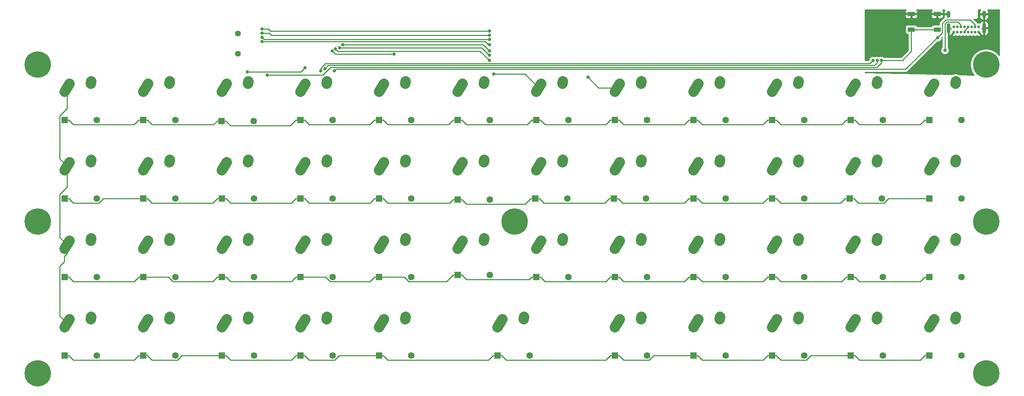
<source format=gbr>
G04 #@! TF.GenerationSoftware,KiCad,Pcbnew,(5.1.0)-1*
G04 #@! TF.CreationDate,2020-09-20T16:45:03-04:00*
G04 #@! TF.ProjectId,keyboard,6b657962-6f61-4726-942e-6b696361645f,rev?*
G04 #@! TF.SameCoordinates,Original*
G04 #@! TF.FileFunction,Copper,L1,Top*
G04 #@! TF.FilePolarity,Positive*
%FSLAX46Y46*%
G04 Gerber Fmt 4.6, Leading zero omitted, Abs format (unit mm)*
G04 Created by KiCad (PCBNEW (5.1.0)-1) date 2020-09-20 16:45:03*
%MOMM*%
%LPD*%
G04 APERTURE LIST*
%ADD10C,6.400000*%
%ADD11R,1.600000X1.600000*%
%ADD12C,1.600000*%
%ADD13O,0.900000X1.700000*%
%ADD14O,0.900000X2.400000*%
%ADD15C,0.650000*%
%ADD16C,2.500000*%
%ADD17C,2.500000*%
%ADD18R,1.700000X1.000000*%
%ADD19C,1.400000*%
%ADD20C,0.800000*%
%ADD21C,0.250000*%
%ADD22C,0.254000*%
G04 APERTURE END LIST*
D10*
X134874000Y-86614000D03*
X249174000Y-48514000D03*
X19304000Y-48514000D03*
X249174000Y-86614000D03*
X19304000Y-86614000D03*
X249174000Y-123444000D03*
X19304000Y-123444000D03*
D11*
X25818000Y-61976000D03*
D12*
X33618000Y-61976000D03*
X52668000Y-61976000D03*
D11*
X44868000Y-61976000D03*
X63867000Y-62230000D03*
D12*
X71667000Y-62230000D03*
X90768000Y-61976000D03*
D11*
X82968000Y-61976000D03*
D12*
X109818000Y-61976000D03*
D11*
X102018000Y-61976000D03*
X121068000Y-61976000D03*
D12*
X128868000Y-61976000D03*
D11*
X140118000Y-61976000D03*
D12*
X147918000Y-61976000D03*
D11*
X159168000Y-61976000D03*
D12*
X166968000Y-61976000D03*
D11*
X178218000Y-61976000D03*
D12*
X186018000Y-61976000D03*
X205068000Y-61976000D03*
D11*
X197268000Y-61976000D03*
X216318000Y-61976000D03*
D12*
X224118000Y-61976000D03*
X243168000Y-61976000D03*
D11*
X235368000Y-61976000D03*
D12*
X33618000Y-81026000D03*
D11*
X25818000Y-81026000D03*
X44868000Y-81026000D03*
D12*
X52668000Y-81026000D03*
D11*
X63918000Y-81026000D03*
D12*
X71718000Y-81026000D03*
D11*
X82968000Y-81026000D03*
D12*
X90768000Y-81026000D03*
D11*
X102018000Y-81026000D03*
D12*
X109818000Y-81026000D03*
X128868000Y-81280000D03*
D11*
X121068000Y-81280000D03*
X139864000Y-81026000D03*
D12*
X147664000Y-81026000D03*
X166714000Y-81026000D03*
D11*
X158914000Y-81026000D03*
D12*
X186018000Y-81026000D03*
D11*
X178218000Y-81026000D03*
X197268000Y-81026000D03*
D12*
X205068000Y-81026000D03*
X223864000Y-81026000D03*
D11*
X216064000Y-81026000D03*
D12*
X243168000Y-81026000D03*
D11*
X235368000Y-81026000D03*
D12*
X33618000Y-100076000D03*
D11*
X25818000Y-100076000D03*
X44868000Y-100076000D03*
D12*
X52668000Y-100076000D03*
D11*
X63918000Y-100076000D03*
D12*
X71718000Y-100076000D03*
D11*
X82968000Y-100076000D03*
D12*
X90768000Y-100076000D03*
X109818000Y-100076000D03*
D11*
X102018000Y-100076000D03*
X121068000Y-99568000D03*
D12*
X128868000Y-99568000D03*
D11*
X140118000Y-100076000D03*
D12*
X147918000Y-100076000D03*
X166968000Y-100076000D03*
D11*
X159168000Y-100076000D03*
D12*
X186018000Y-100076000D03*
D11*
X178218000Y-100076000D03*
D12*
X205068000Y-100076000D03*
D11*
X197268000Y-100076000D03*
X216318000Y-100076000D03*
D12*
X224118000Y-100076000D03*
X243168000Y-100076000D03*
D11*
X235368000Y-100076000D03*
D12*
X33618000Y-119126000D03*
D11*
X25818000Y-119126000D03*
X44868000Y-119126000D03*
D12*
X52668000Y-119126000D03*
X71718000Y-119126000D03*
D11*
X63918000Y-119126000D03*
X82968000Y-119126000D03*
D12*
X90768000Y-119126000D03*
X109818000Y-119126000D03*
D11*
X102018000Y-119126000D03*
D12*
X138520000Y-119126000D03*
D11*
X130720000Y-119126000D03*
D12*
X166968000Y-119126000D03*
D11*
X159168000Y-119126000D03*
X178218000Y-119126000D03*
D12*
X186018000Y-119126000D03*
D11*
X197268000Y-119126000D03*
D12*
X205068000Y-119126000D03*
X224118000Y-119126000D03*
D11*
X216318000Y-119126000D03*
X235368000Y-119126000D03*
D12*
X243168000Y-119126000D03*
D13*
X240023000Y-36284000D03*
X248673000Y-36284000D03*
D14*
X240023000Y-39664000D03*
X248673000Y-39664000D03*
D15*
X241368000Y-39319000D03*
X242218000Y-39319000D03*
X243068000Y-39319000D03*
X243918000Y-39319000D03*
X244768000Y-39319000D03*
X245618000Y-39319000D03*
X246468000Y-39319000D03*
X247323000Y-39319000D03*
X241373000Y-40644000D03*
X242223000Y-40644000D03*
X243073000Y-40644000D03*
X243923000Y-40644000D03*
X244773000Y-40644000D03*
X246473000Y-40644000D03*
X247323000Y-40644000D03*
X245623000Y-40644000D03*
D16*
X26463000Y-54138000D03*
D17*
X27067462Y-53189185D02*
X25858538Y-55086815D01*
D16*
X32238000Y-52868000D03*
D17*
X32257724Y-52578672D02*
X32218276Y-53157328D01*
D16*
X51288000Y-52868000D03*
D17*
X51307724Y-52578672D02*
X51268276Y-53157328D01*
D16*
X45513000Y-54138000D03*
D17*
X46117462Y-53189185D02*
X44908538Y-55086815D01*
D16*
X64563000Y-54138000D03*
D17*
X65167462Y-53189185D02*
X63958538Y-55086815D01*
D16*
X70338000Y-52868000D03*
D17*
X70357724Y-52578672D02*
X70318276Y-53157328D01*
D16*
X89388000Y-52868000D03*
D17*
X89407724Y-52578672D02*
X89368276Y-53157328D01*
D16*
X83613000Y-54138000D03*
D17*
X84217462Y-53189185D02*
X83008538Y-55086815D01*
D16*
X102663000Y-54138000D03*
D17*
X103267462Y-53189185D02*
X102058538Y-55086815D01*
D16*
X108438000Y-52868000D03*
D17*
X108457724Y-52578672D02*
X108418276Y-53157328D01*
D16*
X127488000Y-52868000D03*
D17*
X127507724Y-52578672D02*
X127468276Y-53157328D01*
D16*
X121713000Y-54138000D03*
D17*
X122317462Y-53189185D02*
X121108538Y-55086815D01*
D16*
X140763000Y-54138000D03*
D17*
X141367462Y-53189185D02*
X140158538Y-55086815D01*
D16*
X146538000Y-52868000D03*
D17*
X146557724Y-52578672D02*
X146518276Y-53157328D01*
D16*
X165588000Y-52868000D03*
D17*
X165607724Y-52578672D02*
X165568276Y-53157328D01*
D16*
X159813000Y-54138000D03*
D17*
X160417462Y-53189185D02*
X159208538Y-55086815D01*
D16*
X178863000Y-54138000D03*
D17*
X179467462Y-53189185D02*
X178258538Y-55086815D01*
D16*
X184638000Y-52868000D03*
D17*
X184657724Y-52578672D02*
X184618276Y-53157328D01*
D16*
X203688000Y-52868000D03*
D17*
X203707724Y-52578672D02*
X203668276Y-53157328D01*
D16*
X197913000Y-54138000D03*
D17*
X198517462Y-53189185D02*
X197308538Y-55086815D01*
D16*
X216963000Y-54138000D03*
D17*
X217567462Y-53189185D02*
X216358538Y-55086815D01*
D16*
X222738000Y-52868000D03*
D17*
X222757724Y-52578672D02*
X222718276Y-53157328D01*
D16*
X241788000Y-52868000D03*
D17*
X241807724Y-52578672D02*
X241768276Y-53157328D01*
D16*
X236013000Y-54138000D03*
D17*
X236617462Y-53189185D02*
X235408538Y-55086815D01*
D16*
X32238000Y-71918000D03*
D17*
X32257724Y-71628672D02*
X32218276Y-72207328D01*
D16*
X26463000Y-73188000D03*
D17*
X27067462Y-72239185D02*
X25858538Y-74136815D01*
D16*
X45513000Y-73188000D03*
D17*
X46117462Y-72239185D02*
X44908538Y-74136815D01*
D16*
X51288000Y-71918000D03*
D17*
X51307724Y-71628672D02*
X51268276Y-72207328D01*
D16*
X70338000Y-71918000D03*
D17*
X70357724Y-71628672D02*
X70318276Y-72207328D01*
D16*
X64563000Y-73188000D03*
D17*
X65167462Y-72239185D02*
X63958538Y-74136815D01*
D16*
X83613000Y-73188000D03*
D17*
X84217462Y-72239185D02*
X83008538Y-74136815D01*
D16*
X89388000Y-71918000D03*
D17*
X89407724Y-71628672D02*
X89368276Y-72207328D01*
D16*
X108438000Y-71918000D03*
D17*
X108457724Y-71628672D02*
X108418276Y-72207328D01*
D16*
X102663000Y-73188000D03*
D17*
X103267462Y-72239185D02*
X102058538Y-74136815D01*
D16*
X121713000Y-73188000D03*
D17*
X122317462Y-72239185D02*
X121108538Y-74136815D01*
D16*
X127488000Y-71918000D03*
D17*
X127507724Y-71628672D02*
X127468276Y-72207328D01*
D16*
X146538000Y-71918000D03*
D17*
X146557724Y-71628672D02*
X146518276Y-72207328D01*
D16*
X140763000Y-73188000D03*
D17*
X141367462Y-72239185D02*
X140158538Y-74136815D01*
D16*
X159813000Y-73188000D03*
D17*
X160417462Y-72239185D02*
X159208538Y-74136815D01*
D16*
X165588000Y-71918000D03*
D17*
X165607724Y-71628672D02*
X165568276Y-72207328D01*
D16*
X184638000Y-71918000D03*
D17*
X184657724Y-71628672D02*
X184618276Y-72207328D01*
D16*
X178863000Y-73188000D03*
D17*
X179467462Y-72239185D02*
X178258538Y-74136815D01*
D16*
X197913000Y-73188000D03*
D17*
X198517462Y-72239185D02*
X197308538Y-74136815D01*
D16*
X203688000Y-71918000D03*
D17*
X203707724Y-71628672D02*
X203668276Y-72207328D01*
D16*
X222738000Y-71918000D03*
D17*
X222757724Y-71628672D02*
X222718276Y-72207328D01*
D16*
X216963000Y-73188000D03*
D17*
X217567462Y-72239185D02*
X216358538Y-74136815D01*
D16*
X236013000Y-73188000D03*
D17*
X236617462Y-72239185D02*
X235408538Y-74136815D01*
D16*
X241788000Y-71918000D03*
D17*
X241807724Y-71628672D02*
X241768276Y-72207328D01*
D16*
X26463000Y-92238000D03*
D17*
X27067462Y-91289185D02*
X25858538Y-93186815D01*
D16*
X32238000Y-90968000D03*
D17*
X32257724Y-90678672D02*
X32218276Y-91257328D01*
D16*
X45513000Y-92238000D03*
D17*
X46117462Y-91289185D02*
X44908538Y-93186815D01*
D16*
X51288000Y-90968000D03*
D17*
X51307724Y-90678672D02*
X51268276Y-91257328D01*
D16*
X64563000Y-92238000D03*
D17*
X65167462Y-91289185D02*
X63958538Y-93186815D01*
D16*
X70338000Y-90968000D03*
D17*
X70357724Y-90678672D02*
X70318276Y-91257328D01*
D16*
X89388000Y-90968000D03*
D17*
X89407724Y-90678672D02*
X89368276Y-91257328D01*
D16*
X83613000Y-92238000D03*
D17*
X84217462Y-91289185D02*
X83008538Y-93186815D01*
D16*
X108438000Y-90968000D03*
D17*
X108457724Y-90678672D02*
X108418276Y-91257328D01*
D16*
X102663000Y-92238000D03*
D17*
X103267462Y-91289185D02*
X102058538Y-93186815D01*
D16*
X121713000Y-92238000D03*
D17*
X122317462Y-91289185D02*
X121108538Y-93186815D01*
D16*
X127488000Y-90968000D03*
D17*
X127507724Y-90678672D02*
X127468276Y-91257328D01*
D16*
X140763000Y-92238000D03*
D17*
X141367462Y-91289185D02*
X140158538Y-93186815D01*
D16*
X146538000Y-90968000D03*
D17*
X146557724Y-90678672D02*
X146518276Y-91257328D01*
D16*
X159813000Y-92238000D03*
D17*
X160417462Y-91289185D02*
X159208538Y-93186815D01*
D16*
X165588000Y-90968000D03*
D17*
X165607724Y-90678672D02*
X165568276Y-91257328D01*
D16*
X184638000Y-90968000D03*
D17*
X184657724Y-90678672D02*
X184618276Y-91257328D01*
D16*
X178863000Y-92238000D03*
D17*
X179467462Y-91289185D02*
X178258538Y-93186815D01*
D16*
X203688000Y-90968000D03*
D17*
X203707724Y-90678672D02*
X203668276Y-91257328D01*
D16*
X197913000Y-92238000D03*
D17*
X198517462Y-91289185D02*
X197308538Y-93186815D01*
D16*
X216963000Y-92238000D03*
D17*
X217567462Y-91289185D02*
X216358538Y-93186815D01*
D16*
X222738000Y-90968000D03*
D17*
X222757724Y-90678672D02*
X222718276Y-91257328D01*
D16*
X236013000Y-92238000D03*
D17*
X236617462Y-91289185D02*
X235408538Y-93186815D01*
D16*
X241788000Y-90968000D03*
D17*
X241807724Y-90678672D02*
X241768276Y-91257328D01*
D16*
X32238000Y-110018000D03*
D17*
X32257724Y-109728672D02*
X32218276Y-110307328D01*
D16*
X26463000Y-111288000D03*
D17*
X27067462Y-110339185D02*
X25858538Y-112236815D01*
D16*
X51288000Y-110018000D03*
D17*
X51307724Y-109728672D02*
X51268276Y-110307328D01*
D16*
X45513000Y-111288000D03*
D17*
X46117462Y-110339185D02*
X44908538Y-112236815D01*
D16*
X70338000Y-110018000D03*
D17*
X70357724Y-109728672D02*
X70318276Y-110307328D01*
D16*
X64563000Y-111288000D03*
D17*
X65167462Y-110339185D02*
X63958538Y-112236815D01*
D16*
X89388000Y-110018000D03*
D17*
X89407724Y-109728672D02*
X89368276Y-110307328D01*
D16*
X83613000Y-111288000D03*
D17*
X84217462Y-110339185D02*
X83008538Y-112236815D01*
D16*
X102663000Y-111288000D03*
D17*
X103267462Y-110339185D02*
X102058538Y-112236815D01*
D16*
X108438000Y-110018000D03*
D17*
X108457724Y-109728672D02*
X108418276Y-110307328D01*
D16*
X131365000Y-111288000D03*
D17*
X131969462Y-110339185D02*
X130760538Y-112236815D01*
D16*
X137140000Y-110018000D03*
D17*
X137159724Y-109728672D02*
X137120276Y-110307328D01*
D16*
X159813000Y-111288000D03*
D17*
X160417462Y-110339185D02*
X159208538Y-112236815D01*
D16*
X165588000Y-110018000D03*
D17*
X165607724Y-109728672D02*
X165568276Y-110307328D01*
D16*
X184638000Y-110018000D03*
D17*
X184657724Y-109728672D02*
X184618276Y-110307328D01*
D16*
X178863000Y-111288000D03*
D17*
X179467462Y-110339185D02*
X178258538Y-112236815D01*
D16*
X203688000Y-110018000D03*
D17*
X203707724Y-109728672D02*
X203668276Y-110307328D01*
D16*
X197913000Y-111288000D03*
D17*
X198517462Y-110339185D02*
X197308538Y-112236815D01*
D16*
X222738000Y-110018000D03*
D17*
X222757724Y-109728672D02*
X222718276Y-110307328D01*
D16*
X216963000Y-111288000D03*
D17*
X217567462Y-110339185D02*
X216358538Y-112236815D01*
D16*
X236013000Y-111288000D03*
D17*
X236617462Y-110339185D02*
X235408538Y-112236815D01*
D16*
X241788000Y-110018000D03*
D17*
X241807724Y-109728672D02*
X241768276Y-110307328D01*
D18*
X231038000Y-36200000D03*
X237338000Y-36200000D03*
X231038000Y-40000000D03*
X237338000Y-40000000D03*
D19*
X67818000Y-40984000D03*
X67818000Y-45884000D03*
D20*
X70104000Y-50292000D03*
X74930000Y-51017000D03*
X223774000Y-47498000D03*
X91186000Y-50038000D03*
X84074000Y-49276000D03*
X237432010Y-41967990D03*
X90678000Y-45212000D03*
X105664000Y-45974000D03*
X91510051Y-44657299D03*
X128778000Y-47498000D03*
X92486873Y-44443235D03*
X128778000Y-46228000D03*
X93218000Y-43688000D03*
X128778000Y-45212000D03*
X239189500Y-45036500D03*
X129794000Y-50800000D03*
X152654000Y-51562000D03*
X128778000Y-43688000D03*
X73660000Y-42926000D03*
X73664894Y-41905588D03*
X128778000Y-42418000D03*
X73660000Y-40894000D03*
X128778000Y-41417997D03*
X73660000Y-39878000D03*
X128778000Y-40386000D03*
X88900000Y-49493000D03*
X222758000Y-47498000D03*
X87884000Y-50038000D03*
X221742000Y-47498000D03*
X229616000Y-44704000D03*
X237490000Y-44958000D03*
D21*
X70104000Y-50292000D02*
X83058000Y-50292000D01*
X83058000Y-50292000D02*
X84074000Y-49276000D01*
X246468000Y-38859381D02*
X246468000Y-39319000D01*
X245297600Y-37688981D02*
X246468000Y-38859381D01*
X91186000Y-50038000D02*
X91613970Y-49610030D01*
X91613970Y-49610030D02*
X229662972Y-49610030D01*
X229662972Y-49610030D02*
X238513001Y-40760001D01*
X238513001Y-40760001D02*
X238513001Y-38554963D01*
X238513001Y-38554963D02*
X239378983Y-37688981D01*
X239378983Y-37688981D02*
X245297600Y-37688981D01*
X43818000Y-61976000D02*
X44868000Y-61976000D01*
X42692999Y-63101001D02*
X43818000Y-61976000D01*
X27993001Y-63101001D02*
X42692999Y-63101001D01*
X26868000Y-61976000D02*
X27993001Y-63101001D01*
X25818000Y-61976000D02*
X26868000Y-61976000D01*
X62817000Y-62230000D02*
X63867000Y-62230000D01*
X61945999Y-63101001D02*
X62817000Y-62230000D01*
X47043001Y-63101001D02*
X61945999Y-63101001D01*
X45918000Y-61976000D02*
X47043001Y-63101001D01*
X44868000Y-61976000D02*
X45918000Y-61976000D01*
X81918000Y-61976000D02*
X82968000Y-61976000D01*
X80538999Y-63355001D02*
X81918000Y-61976000D01*
X66042001Y-63355001D02*
X80538999Y-63355001D01*
X64917000Y-62230000D02*
X66042001Y-63355001D01*
X63867000Y-62230000D02*
X64917000Y-62230000D01*
X100968000Y-61976000D02*
X102018000Y-61976000D01*
X99842999Y-63101001D02*
X100968000Y-61976000D01*
X85143001Y-63101001D02*
X99842999Y-63101001D01*
X84018000Y-61976000D02*
X85143001Y-63101001D01*
X82968000Y-61976000D02*
X84018000Y-61976000D01*
X120018000Y-61976000D02*
X121068000Y-61976000D01*
X118892999Y-63101001D02*
X120018000Y-61976000D01*
X104193001Y-63101001D02*
X118892999Y-63101001D01*
X103068000Y-61976000D02*
X104193001Y-63101001D01*
X102018000Y-61976000D02*
X103068000Y-61976000D01*
X139068000Y-61976000D02*
X140118000Y-61976000D01*
X137942999Y-63101001D02*
X139068000Y-61976000D01*
X123243001Y-63101001D02*
X137942999Y-63101001D01*
X122118000Y-61976000D02*
X123243001Y-63101001D01*
X121068000Y-61976000D02*
X122118000Y-61976000D01*
X158118000Y-61976000D02*
X159168000Y-61976000D01*
X156992999Y-63101001D02*
X158118000Y-61976000D01*
X142293001Y-63101001D02*
X156992999Y-63101001D01*
X141168000Y-61976000D02*
X142293001Y-63101001D01*
X140118000Y-61976000D02*
X141168000Y-61976000D01*
X177168000Y-61976000D02*
X178218000Y-61976000D01*
X176042999Y-63101001D02*
X177168000Y-61976000D01*
X161343001Y-63101001D02*
X176042999Y-63101001D01*
X160218000Y-61976000D02*
X161343001Y-63101001D01*
X159168000Y-61976000D02*
X160218000Y-61976000D01*
X196218000Y-61976000D02*
X197268000Y-61976000D01*
X195092999Y-63101001D02*
X196218000Y-61976000D01*
X180393001Y-63101001D02*
X195092999Y-63101001D01*
X179268000Y-61976000D02*
X180393001Y-63101001D01*
X178218000Y-61976000D02*
X179268000Y-61976000D01*
X215268000Y-61976000D02*
X216318000Y-61976000D01*
X214142999Y-63101001D02*
X215268000Y-61976000D01*
X199443001Y-63101001D02*
X214142999Y-63101001D01*
X198318000Y-61976000D02*
X199443001Y-63101001D01*
X197268000Y-61976000D02*
X198318000Y-61976000D01*
X216318000Y-61976000D02*
X217368000Y-61976000D01*
X234318000Y-61976000D02*
X235368000Y-61976000D01*
X233192999Y-63101001D02*
X234318000Y-61976000D01*
X217368000Y-61976000D02*
X218493001Y-63101001D01*
X218493001Y-63101001D02*
X233192999Y-63101001D01*
X90678000Y-45212000D02*
X91440000Y-45974000D01*
X91440000Y-45974000D02*
X104902000Y-45974000D01*
X104902000Y-45974000D02*
X105664000Y-45974000D01*
X217114000Y-81026000D02*
X216064000Y-81026000D01*
X218239001Y-82151001D02*
X217114000Y-81026000D01*
X224404001Y-82151001D02*
X218239001Y-82151001D01*
X225529002Y-81026000D02*
X224404001Y-82151001D01*
X235368000Y-81026000D02*
X225529002Y-81026000D01*
X198318000Y-81026000D02*
X197268000Y-81026000D01*
X199443001Y-82151001D02*
X198318000Y-81026000D01*
X213888999Y-82151001D02*
X199443001Y-82151001D01*
X215014000Y-81026000D02*
X213888999Y-82151001D01*
X216064000Y-81026000D02*
X215014000Y-81026000D01*
X179268000Y-81026000D02*
X178218000Y-81026000D01*
X180393001Y-82151001D02*
X179268000Y-81026000D01*
X195092999Y-82151001D02*
X180393001Y-82151001D01*
X196218000Y-81026000D02*
X195092999Y-82151001D01*
X197268000Y-81026000D02*
X196218000Y-81026000D01*
X159964000Y-81026000D02*
X158914000Y-81026000D01*
X161089001Y-82151001D02*
X159964000Y-81026000D01*
X176042999Y-82151001D02*
X161089001Y-82151001D01*
X177168000Y-81026000D02*
X176042999Y-82151001D01*
X178218000Y-81026000D02*
X177168000Y-81026000D01*
X140914000Y-81026000D02*
X139864000Y-81026000D01*
X142039001Y-82151001D02*
X140914000Y-81026000D01*
X156738999Y-82151001D02*
X142039001Y-82151001D01*
X157864000Y-81026000D02*
X156738999Y-82151001D01*
X158914000Y-81026000D02*
X157864000Y-81026000D01*
X122118000Y-81280000D02*
X121068000Y-81280000D01*
X123243001Y-82405001D02*
X122118000Y-81280000D01*
X137434999Y-82405001D02*
X123243001Y-82405001D01*
X138814000Y-81026000D02*
X137434999Y-82405001D01*
X139864000Y-81026000D02*
X138814000Y-81026000D01*
X103068000Y-81026000D02*
X102018000Y-81026000D01*
X104193001Y-82151001D02*
X103068000Y-81026000D01*
X119146999Y-82151001D02*
X104193001Y-82151001D01*
X120018000Y-81280000D02*
X119146999Y-82151001D01*
X121068000Y-81280000D02*
X120018000Y-81280000D01*
X84018000Y-81026000D02*
X82968000Y-81026000D01*
X85143001Y-82151001D02*
X84018000Y-81026000D01*
X99842999Y-82151001D02*
X85143001Y-82151001D01*
X100968000Y-81026000D02*
X99842999Y-82151001D01*
X102018000Y-81026000D02*
X100968000Y-81026000D01*
X64968000Y-81026000D02*
X63918000Y-81026000D01*
X66093001Y-82151001D02*
X64968000Y-81026000D01*
X80792999Y-82151001D02*
X66093001Y-82151001D01*
X81918000Y-81026000D02*
X80792999Y-82151001D01*
X82968000Y-81026000D02*
X81918000Y-81026000D01*
X45918000Y-81026000D02*
X44868000Y-81026000D01*
X47043001Y-82151001D02*
X45918000Y-81026000D01*
X61742999Y-82151001D02*
X47043001Y-82151001D01*
X62868000Y-81026000D02*
X61742999Y-82151001D01*
X63918000Y-81026000D02*
X62868000Y-81026000D01*
X26868000Y-81026000D02*
X25818000Y-81026000D01*
X27993001Y-82151001D02*
X26868000Y-81026000D01*
X34158001Y-82151001D02*
X27993001Y-82151001D01*
X35283002Y-81026000D02*
X34158001Y-82151001D01*
X44868000Y-81026000D02*
X35283002Y-81026000D01*
X92101751Y-45248999D02*
X114082999Y-45248999D01*
X91510051Y-44657299D02*
X92101751Y-45248999D01*
X114082999Y-45248999D02*
X126528999Y-45248999D01*
X126528999Y-45248999D02*
X128524000Y-47244000D01*
X43818000Y-100076000D02*
X44868000Y-100076000D01*
X42692999Y-101201001D02*
X43818000Y-100076000D01*
X27993001Y-101201001D02*
X42692999Y-101201001D01*
X26868000Y-100076000D02*
X27993001Y-101201001D01*
X25818000Y-100076000D02*
X26868000Y-100076000D01*
X62868000Y-100076000D02*
X63918000Y-100076000D01*
X61742999Y-101201001D02*
X62868000Y-100076000D01*
X52127999Y-101201001D02*
X61742999Y-101201001D01*
X51002998Y-100076000D02*
X52127999Y-101201001D01*
X44868000Y-100076000D02*
X51002998Y-100076000D01*
X81918000Y-100076000D02*
X82968000Y-100076000D01*
X80792999Y-101201001D02*
X81918000Y-100076000D01*
X66093001Y-101201001D02*
X80792999Y-101201001D01*
X64968000Y-100076000D02*
X66093001Y-101201001D01*
X63918000Y-100076000D02*
X64968000Y-100076000D01*
X100968000Y-100076000D02*
X102018000Y-100076000D01*
X99842999Y-101201001D02*
X100968000Y-100076000D01*
X90227999Y-101201001D02*
X99842999Y-101201001D01*
X89102998Y-100076000D02*
X90227999Y-101201001D01*
X82968000Y-100076000D02*
X89102998Y-100076000D01*
X120018000Y-99568000D02*
X121068000Y-99568000D01*
X118384999Y-101201001D02*
X120018000Y-99568000D01*
X109277999Y-101201001D02*
X118384999Y-101201001D01*
X108152998Y-100076000D02*
X109277999Y-101201001D01*
X102018000Y-100076000D02*
X108152998Y-100076000D01*
X139068000Y-100076000D02*
X140118000Y-100076000D01*
X138450999Y-100693001D02*
X139068000Y-100076000D01*
X123243001Y-100693001D02*
X138450999Y-100693001D01*
X122118000Y-99568000D02*
X123243001Y-100693001D01*
X121068000Y-99568000D02*
X122118000Y-99568000D01*
X177168000Y-100076000D02*
X178218000Y-100076000D01*
X176042999Y-101201001D02*
X177168000Y-100076000D01*
X161343001Y-101201001D02*
X176042999Y-101201001D01*
X160218000Y-100076000D02*
X161343001Y-101201001D01*
X159168000Y-100076000D02*
X160218000Y-100076000D01*
X158118000Y-100076000D02*
X159168000Y-100076000D01*
X156992999Y-101201001D02*
X158118000Y-100076000D01*
X142293001Y-101201001D02*
X156992999Y-101201001D01*
X141168000Y-100076000D02*
X142293001Y-101201001D01*
X140118000Y-100076000D02*
X141168000Y-100076000D01*
X196218000Y-100076000D02*
X197268000Y-100076000D01*
X195092999Y-101201001D02*
X196218000Y-100076000D01*
X180393001Y-101201001D02*
X195092999Y-101201001D01*
X179268000Y-100076000D02*
X180393001Y-101201001D01*
X178218000Y-100076000D02*
X179268000Y-100076000D01*
X215268000Y-100076000D02*
X216318000Y-100076000D01*
X214142999Y-101201001D02*
X215268000Y-100076000D01*
X199443001Y-101201001D02*
X214142999Y-101201001D01*
X198318000Y-100076000D02*
X199443001Y-101201001D01*
X197268000Y-100076000D02*
X198318000Y-100076000D01*
X234318000Y-100076000D02*
X235368000Y-100076000D01*
X233192999Y-101201001D02*
X234318000Y-100076000D01*
X218493001Y-101201001D02*
X233192999Y-101201001D01*
X217368000Y-100076000D02*
X218493001Y-101201001D01*
X216318000Y-100076000D02*
X217368000Y-100076000D01*
X92486873Y-44443235D02*
X114663987Y-44443235D01*
X114663987Y-44443235D02*
X126938113Y-44443235D01*
X126938113Y-44443235D02*
X128704149Y-46209271D01*
X217368000Y-119126000D02*
X216318000Y-119126000D01*
X218493001Y-120251001D02*
X217368000Y-119126000D01*
X233192999Y-120251001D02*
X218493001Y-120251001D01*
X234318000Y-119126000D02*
X233192999Y-120251001D01*
X235368000Y-119126000D02*
X234318000Y-119126000D01*
X198318000Y-119126000D02*
X197268000Y-119126000D01*
X199443001Y-120251001D02*
X198318000Y-119126000D01*
X205608001Y-120251001D02*
X199443001Y-120251001D01*
X206733002Y-119126000D02*
X205608001Y-120251001D01*
X216318000Y-119126000D02*
X206733002Y-119126000D01*
X179268000Y-119126000D02*
X178218000Y-119126000D01*
X180393001Y-120251001D02*
X179268000Y-119126000D01*
X195092999Y-120251001D02*
X180393001Y-120251001D01*
X196218000Y-119126000D02*
X195092999Y-120251001D01*
X197268000Y-119126000D02*
X196218000Y-119126000D01*
X160218000Y-119126000D02*
X159168000Y-119126000D01*
X161343001Y-120251001D02*
X160218000Y-119126000D01*
X167508001Y-120251001D02*
X161343001Y-120251001D01*
X168633002Y-119126000D02*
X167508001Y-120251001D01*
X178218000Y-119126000D02*
X168633002Y-119126000D01*
X131770000Y-119126000D02*
X130720000Y-119126000D01*
X132895001Y-120251001D02*
X131770000Y-119126000D01*
X156992999Y-120251001D02*
X132895001Y-120251001D01*
X158118000Y-119126000D02*
X156992999Y-120251001D01*
X159168000Y-119126000D02*
X158118000Y-119126000D01*
X103068000Y-119126000D02*
X102018000Y-119126000D01*
X104193001Y-120251001D02*
X103068000Y-119126000D01*
X128544999Y-120251001D02*
X104193001Y-120251001D01*
X129670000Y-119126000D02*
X128544999Y-120251001D01*
X130720000Y-119126000D02*
X129670000Y-119126000D01*
X84018000Y-119126000D02*
X82968000Y-119126000D01*
X85143001Y-120251001D02*
X84018000Y-119126000D01*
X91308001Y-120251001D02*
X85143001Y-120251001D01*
X92433002Y-119126000D02*
X91308001Y-120251001D01*
X102018000Y-119126000D02*
X92433002Y-119126000D01*
X64968000Y-119126000D02*
X63918000Y-119126000D01*
X66093001Y-120251001D02*
X64968000Y-119126000D01*
X80792999Y-120251001D02*
X66093001Y-120251001D01*
X81918000Y-119126000D02*
X80792999Y-120251001D01*
X82968000Y-119126000D02*
X81918000Y-119126000D01*
X45918000Y-119126000D02*
X44868000Y-119126000D01*
X47043001Y-120251001D02*
X45918000Y-119126000D01*
X53208001Y-120251001D02*
X47043001Y-120251001D01*
X54333002Y-119126000D02*
X53208001Y-120251001D01*
X63918000Y-119126000D02*
X54333002Y-119126000D01*
X26868000Y-119126000D02*
X25818000Y-119126000D01*
X27993001Y-120251001D02*
X26868000Y-119126000D01*
X42692999Y-120251001D02*
X27993001Y-120251001D01*
X43818000Y-119126000D02*
X42692999Y-120251001D01*
X44868000Y-119126000D02*
X43818000Y-119126000D01*
X93218000Y-43688000D02*
X115316000Y-43688000D01*
X127254000Y-43688000D02*
X128778000Y-45212000D01*
X115316000Y-43688000D02*
X127254000Y-43688000D01*
X239701981Y-38138990D02*
X242354990Y-38138990D01*
X239247990Y-38592981D02*
X239701981Y-38138990D01*
X239247990Y-42147010D02*
X239247990Y-38592981D01*
X243068000Y-38852000D02*
X243068000Y-39319000D01*
X242354990Y-38138990D02*
X243068000Y-38852000D01*
X239247990Y-44978010D02*
X239189500Y-45036500D01*
X239247990Y-42147010D02*
X239247990Y-44978010D01*
X243923000Y-40276002D02*
X243923000Y-40644000D01*
X244768000Y-39431002D02*
X243923000Y-40276002D01*
X244768000Y-39319000D02*
X244768000Y-39431002D01*
X25486947Y-72211947D02*
X26463000Y-73188000D01*
X24692999Y-71417999D02*
X25486947Y-72211947D01*
X24692999Y-60915999D02*
X24692999Y-71417999D01*
X26463000Y-59145998D02*
X24692999Y-60915999D01*
X26463000Y-54138000D02*
X26463000Y-59145998D01*
X25486947Y-91261947D02*
X26463000Y-92238000D01*
X24692999Y-90467999D02*
X25486947Y-91261947D01*
X24692999Y-79965999D02*
X24692999Y-90467999D01*
X26463000Y-78195998D02*
X24692999Y-79965999D01*
X26463000Y-73188000D02*
X26463000Y-78195998D01*
X25486947Y-110311947D02*
X26463000Y-111288000D01*
X24692999Y-109517999D02*
X25486947Y-110311947D01*
X24692999Y-97443335D02*
X24692999Y-109517999D01*
X25813901Y-96322433D02*
X24692999Y-97443335D01*
X25813901Y-95027300D02*
X25813901Y-96322433D01*
X26463000Y-94378201D02*
X25813901Y-95027300D01*
X26463000Y-92238000D02*
X26463000Y-94378201D01*
X137425000Y-50800000D02*
X140763000Y-54138000D01*
X129794000Y-50800000D02*
X137425000Y-50800000D01*
X155230000Y-54138000D02*
X159813000Y-54138000D01*
X152654000Y-51562000D02*
X155230000Y-54138000D01*
X127762000Y-42926000D02*
X128524000Y-43688000D01*
X77978000Y-42926000D02*
X78232000Y-42926000D01*
X78232000Y-42926000D02*
X127762000Y-42926000D01*
X73660000Y-42926000D02*
X75692000Y-42926000D01*
X75438000Y-42926000D02*
X75692000Y-42926000D01*
X75692000Y-42926000D02*
X78232000Y-42926000D01*
X73664894Y-41905588D02*
X74177306Y-42418000D01*
X74177306Y-42418000D02*
X128778000Y-42418000D01*
X75438000Y-40894000D02*
X75961997Y-41417997D01*
X73660000Y-40894000D02*
X74930000Y-40894000D01*
X74930000Y-40894000D02*
X75438000Y-40894000D01*
X75961997Y-41417997D02*
X128778000Y-41417997D01*
X73660000Y-39878000D02*
X75184000Y-39878000D01*
X75184000Y-39878000D02*
X75692000Y-40386000D01*
X75692000Y-40386000D02*
X128778000Y-40386000D01*
X231038000Y-40000000D02*
X231038000Y-45314000D01*
X228854000Y-47498000D02*
X223774000Y-47498000D01*
X231038000Y-45314000D02*
X228854000Y-47498000D01*
X232138000Y-40000000D02*
X237338000Y-40000000D01*
X231038000Y-40000000D02*
X232138000Y-40000000D01*
X223774000Y-48063685D02*
X223774000Y-47498000D01*
X222677665Y-49160020D02*
X223774000Y-48063685D01*
X90305982Y-49160020D02*
X222677665Y-49160020D01*
X74930000Y-51017000D02*
X88449002Y-51017000D01*
X88449002Y-51017000D02*
X90305982Y-49160020D01*
X88900000Y-49493000D02*
X89682990Y-48710010D01*
X222758000Y-48063685D02*
X222758000Y-47498000D01*
X222111675Y-48710010D02*
X222758000Y-48063685D01*
X89682990Y-48710010D02*
X222111675Y-48710010D01*
X87884000Y-49435998D02*
X89059998Y-48260000D01*
X87884000Y-50038000D02*
X87884000Y-49435998D01*
X89059998Y-48260000D02*
X122174000Y-48260000D01*
X122174000Y-48260000D02*
X220980000Y-48260000D01*
X220980000Y-48260000D02*
X221742000Y-47498000D01*
X232138000Y-36200000D02*
X237338000Y-36200000D01*
X231038000Y-36200000D02*
X232138000Y-36200000D01*
D22*
G36*
X247719191Y-35351455D02*
G01*
X247633624Y-35547767D01*
X247588000Y-35757000D01*
X247588000Y-36157000D01*
X248546000Y-36157000D01*
X248546000Y-36137000D01*
X248800000Y-36137000D01*
X248800000Y-36157000D01*
X249758000Y-36157000D01*
X249758000Y-35757000D01*
X249712376Y-35547767D01*
X249626809Y-35351455D01*
X249524320Y-35204000D01*
X252324001Y-35204000D01*
X252324001Y-46325492D01*
X252152839Y-46069330D01*
X251618670Y-45535161D01*
X250990554Y-45115467D01*
X250292628Y-44826377D01*
X249551715Y-44679000D01*
X248796285Y-44679000D01*
X248055372Y-44826377D01*
X247357446Y-45115467D01*
X246729330Y-45535161D01*
X246195161Y-46069330D01*
X245775467Y-46697446D01*
X245486377Y-47395372D01*
X245339000Y-48136285D01*
X245339000Y-48891715D01*
X245486377Y-49632628D01*
X245775467Y-50330554D01*
X246195161Y-50958670D01*
X246263554Y-51027063D01*
X242753173Y-50946673D01*
X242649913Y-50882086D01*
X242302743Y-50750382D01*
X241936550Y-50688939D01*
X241565407Y-50700117D01*
X241203575Y-50783486D01*
X240933508Y-50905001D01*
X219837000Y-50421875D01*
X219837000Y-50370030D01*
X229625650Y-50370030D01*
X229662972Y-50373706D01*
X229700294Y-50370030D01*
X229700305Y-50370030D01*
X229811958Y-50359033D01*
X229955219Y-50315576D01*
X230087248Y-50245004D01*
X230202973Y-50150031D01*
X230226776Y-50121027D01*
X237344814Y-43002990D01*
X237533949Y-43002990D01*
X237733908Y-42963216D01*
X237922266Y-42885195D01*
X238091784Y-42771927D01*
X238235947Y-42627764D01*
X238349215Y-42458246D01*
X238427236Y-42269888D01*
X238467010Y-42069929D01*
X238467010Y-41880794D01*
X238487990Y-41859814D01*
X238487990Y-42109678D01*
X238487991Y-44274298D01*
X238385563Y-44376726D01*
X238272295Y-44546244D01*
X238194274Y-44734602D01*
X238154500Y-44934561D01*
X238154500Y-45138439D01*
X238194274Y-45338398D01*
X238272295Y-45526756D01*
X238385563Y-45696274D01*
X238529726Y-45840437D01*
X238699244Y-45953705D01*
X238887602Y-46031726D01*
X239087561Y-46071500D01*
X239291439Y-46071500D01*
X239491398Y-46031726D01*
X239679756Y-45953705D01*
X239849274Y-45840437D01*
X239993437Y-45696274D01*
X240106705Y-45526756D01*
X240184726Y-45338398D01*
X240224500Y-45138439D01*
X240224500Y-44934561D01*
X240184726Y-44734602D01*
X240106705Y-44546244D01*
X240007990Y-44398506D01*
X240007990Y-39517000D01*
X240150000Y-39517000D01*
X240150000Y-39537000D01*
X240432369Y-39537000D01*
X240443392Y-39594028D01*
X240514813Y-39769126D01*
X240519730Y-39778323D01*
X240702073Y-39791000D01*
X240150000Y-39791000D01*
X240150000Y-41331502D01*
X240317001Y-41458408D01*
X240520197Y-41386702D01*
X240700408Y-41271014D01*
X240854587Y-41122391D01*
X240976809Y-40946545D01*
X241043225Y-40794170D01*
X241193395Y-40644000D01*
X241179253Y-40629858D01*
X241263829Y-40545281D01*
X241263000Y-40549448D01*
X241263000Y-40738552D01*
X241295361Y-40901244D01*
X240900069Y-41296536D01*
X240913677Y-41492270D01*
X241087992Y-41565581D01*
X241273260Y-41603475D01*
X241462361Y-41604497D01*
X241648028Y-41568608D01*
X241798462Y-41507247D01*
X241942978Y-41567108D01*
X242128448Y-41604000D01*
X242317552Y-41604000D01*
X242503022Y-41567108D01*
X242648000Y-41507056D01*
X242792978Y-41567108D01*
X242978448Y-41604000D01*
X243167552Y-41604000D01*
X243353022Y-41567108D01*
X243498000Y-41507056D01*
X243642978Y-41567108D01*
X243828448Y-41604000D01*
X244017552Y-41604000D01*
X244203022Y-41567108D01*
X244348000Y-41507056D01*
X244492978Y-41567108D01*
X244678448Y-41604000D01*
X244867552Y-41604000D01*
X245053022Y-41567108D01*
X245198000Y-41507056D01*
X245342978Y-41567108D01*
X245528448Y-41604000D01*
X245717552Y-41604000D01*
X245903022Y-41567108D01*
X246048000Y-41507056D01*
X246192978Y-41567108D01*
X246378448Y-41604000D01*
X246567552Y-41604000D01*
X246753022Y-41567108D01*
X246898420Y-41506882D01*
X247037992Y-41565581D01*
X247223260Y-41603475D01*
X247412361Y-41604497D01*
X247598028Y-41568608D01*
X247773126Y-41497187D01*
X247782323Y-41492270D01*
X247795931Y-41296536D01*
X247400639Y-40901244D01*
X247433000Y-40738552D01*
X247433000Y-40549448D01*
X247432171Y-40545281D01*
X247516748Y-40629858D01*
X247502605Y-40644000D01*
X247652775Y-40794170D01*
X247719191Y-40946545D01*
X247841413Y-41122391D01*
X247995592Y-41271014D01*
X248175803Y-41386702D01*
X248378999Y-41458408D01*
X248546000Y-41331502D01*
X248546000Y-39791000D01*
X248800000Y-39791000D01*
X248800000Y-41331502D01*
X248967001Y-41458408D01*
X249170197Y-41386702D01*
X249350408Y-41271014D01*
X249504587Y-41122391D01*
X249626809Y-40946545D01*
X249712376Y-40750233D01*
X249758000Y-40541000D01*
X249758000Y-39791000D01*
X248800000Y-39791000D01*
X248546000Y-39791000D01*
X247988927Y-39791000D01*
X248171270Y-39778323D01*
X248244581Y-39604008D01*
X248258287Y-39537000D01*
X248546000Y-39537000D01*
X248546000Y-37996498D01*
X248800000Y-37996498D01*
X248800000Y-39537000D01*
X249758000Y-39537000D01*
X249758000Y-38787000D01*
X249712376Y-38577767D01*
X249626809Y-38381455D01*
X249504587Y-38205609D01*
X249350408Y-38056986D01*
X249170197Y-37941298D01*
X248967001Y-37869592D01*
X248800000Y-37996498D01*
X248546000Y-37996498D01*
X248378999Y-37869592D01*
X248175803Y-37941298D01*
X247995592Y-38056986D01*
X247841413Y-38205609D01*
X247719191Y-38381455D01*
X247696087Y-38434462D01*
X247608008Y-38397419D01*
X247422740Y-38359525D01*
X247233639Y-38358503D01*
X247066606Y-38390790D01*
X247031799Y-38348378D01*
X247008001Y-38319380D01*
X246979004Y-38295583D01*
X246173420Y-37490000D01*
X246601581Y-37490000D01*
X246634000Y-37493193D01*
X246666419Y-37490000D01*
X246763383Y-37480450D01*
X246887793Y-37442710D01*
X247002450Y-37381425D01*
X247102948Y-37298948D01*
X247185425Y-37198450D01*
X247246710Y-37083793D01*
X247284450Y-36959383D01*
X247297193Y-36830000D01*
X247294000Y-36797581D01*
X247294000Y-36411000D01*
X247588000Y-36411000D01*
X247588000Y-36811000D01*
X247633624Y-37020233D01*
X247719191Y-37216545D01*
X247841413Y-37392391D01*
X247995592Y-37541014D01*
X248175803Y-37656702D01*
X248378999Y-37728408D01*
X248546000Y-37601502D01*
X248546000Y-36411000D01*
X248800000Y-36411000D01*
X248800000Y-37601502D01*
X248967001Y-37728408D01*
X249170197Y-37656702D01*
X249350408Y-37541014D01*
X249504587Y-37392391D01*
X249626809Y-37216545D01*
X249712376Y-37020233D01*
X249758000Y-36811000D01*
X249758000Y-36411000D01*
X248800000Y-36411000D01*
X248546000Y-36411000D01*
X247588000Y-36411000D01*
X247294000Y-36411000D01*
X247294000Y-35204000D01*
X247821680Y-35204000D01*
X247719191Y-35351455D01*
X247719191Y-35351455D01*
G37*
X247719191Y-35351455D02*
X247633624Y-35547767D01*
X247588000Y-35757000D01*
X247588000Y-36157000D01*
X248546000Y-36157000D01*
X248546000Y-36137000D01*
X248800000Y-36137000D01*
X248800000Y-36157000D01*
X249758000Y-36157000D01*
X249758000Y-35757000D01*
X249712376Y-35547767D01*
X249626809Y-35351455D01*
X249524320Y-35204000D01*
X252324001Y-35204000D01*
X252324001Y-46325492D01*
X252152839Y-46069330D01*
X251618670Y-45535161D01*
X250990554Y-45115467D01*
X250292628Y-44826377D01*
X249551715Y-44679000D01*
X248796285Y-44679000D01*
X248055372Y-44826377D01*
X247357446Y-45115467D01*
X246729330Y-45535161D01*
X246195161Y-46069330D01*
X245775467Y-46697446D01*
X245486377Y-47395372D01*
X245339000Y-48136285D01*
X245339000Y-48891715D01*
X245486377Y-49632628D01*
X245775467Y-50330554D01*
X246195161Y-50958670D01*
X246263554Y-51027063D01*
X242753173Y-50946673D01*
X242649913Y-50882086D01*
X242302743Y-50750382D01*
X241936550Y-50688939D01*
X241565407Y-50700117D01*
X241203575Y-50783486D01*
X240933508Y-50905001D01*
X219837000Y-50421875D01*
X219837000Y-50370030D01*
X229625650Y-50370030D01*
X229662972Y-50373706D01*
X229700294Y-50370030D01*
X229700305Y-50370030D01*
X229811958Y-50359033D01*
X229955219Y-50315576D01*
X230087248Y-50245004D01*
X230202973Y-50150031D01*
X230226776Y-50121027D01*
X237344814Y-43002990D01*
X237533949Y-43002990D01*
X237733908Y-42963216D01*
X237922266Y-42885195D01*
X238091784Y-42771927D01*
X238235947Y-42627764D01*
X238349215Y-42458246D01*
X238427236Y-42269888D01*
X238467010Y-42069929D01*
X238467010Y-41880794D01*
X238487990Y-41859814D01*
X238487990Y-42109678D01*
X238487991Y-44274298D01*
X238385563Y-44376726D01*
X238272295Y-44546244D01*
X238194274Y-44734602D01*
X238154500Y-44934561D01*
X238154500Y-45138439D01*
X238194274Y-45338398D01*
X238272295Y-45526756D01*
X238385563Y-45696274D01*
X238529726Y-45840437D01*
X238699244Y-45953705D01*
X238887602Y-46031726D01*
X239087561Y-46071500D01*
X239291439Y-46071500D01*
X239491398Y-46031726D01*
X239679756Y-45953705D01*
X239849274Y-45840437D01*
X239993437Y-45696274D01*
X240106705Y-45526756D01*
X240184726Y-45338398D01*
X240224500Y-45138439D01*
X240224500Y-44934561D01*
X240184726Y-44734602D01*
X240106705Y-44546244D01*
X240007990Y-44398506D01*
X240007990Y-39517000D01*
X240150000Y-39517000D01*
X240150000Y-39537000D01*
X240432369Y-39537000D01*
X240443392Y-39594028D01*
X240514813Y-39769126D01*
X240519730Y-39778323D01*
X240702073Y-39791000D01*
X240150000Y-39791000D01*
X240150000Y-41331502D01*
X240317001Y-41458408D01*
X240520197Y-41386702D01*
X240700408Y-41271014D01*
X240854587Y-41122391D01*
X240976809Y-40946545D01*
X241043225Y-40794170D01*
X241193395Y-40644000D01*
X241179253Y-40629858D01*
X241263829Y-40545281D01*
X241263000Y-40549448D01*
X241263000Y-40738552D01*
X241295361Y-40901244D01*
X240900069Y-41296536D01*
X240913677Y-41492270D01*
X241087992Y-41565581D01*
X241273260Y-41603475D01*
X241462361Y-41604497D01*
X241648028Y-41568608D01*
X241798462Y-41507247D01*
X241942978Y-41567108D01*
X242128448Y-41604000D01*
X242317552Y-41604000D01*
X242503022Y-41567108D01*
X242648000Y-41507056D01*
X242792978Y-41567108D01*
X242978448Y-41604000D01*
X243167552Y-41604000D01*
X243353022Y-41567108D01*
X243498000Y-41507056D01*
X243642978Y-41567108D01*
X243828448Y-41604000D01*
X244017552Y-41604000D01*
X244203022Y-41567108D01*
X244348000Y-41507056D01*
X244492978Y-41567108D01*
X244678448Y-41604000D01*
X244867552Y-41604000D01*
X245053022Y-41567108D01*
X245198000Y-41507056D01*
X245342978Y-41567108D01*
X245528448Y-41604000D01*
X245717552Y-41604000D01*
X245903022Y-41567108D01*
X246048000Y-41507056D01*
X246192978Y-41567108D01*
X246378448Y-41604000D01*
X246567552Y-41604000D01*
X246753022Y-41567108D01*
X246898420Y-41506882D01*
X247037992Y-41565581D01*
X247223260Y-41603475D01*
X247412361Y-41604497D01*
X247598028Y-41568608D01*
X247773126Y-41497187D01*
X247782323Y-41492270D01*
X247795931Y-41296536D01*
X247400639Y-40901244D01*
X247433000Y-40738552D01*
X247433000Y-40549448D01*
X247432171Y-40545281D01*
X247516748Y-40629858D01*
X247502605Y-40644000D01*
X247652775Y-40794170D01*
X247719191Y-40946545D01*
X247841413Y-41122391D01*
X247995592Y-41271014D01*
X248175803Y-41386702D01*
X248378999Y-41458408D01*
X248546000Y-41331502D01*
X248546000Y-39791000D01*
X248800000Y-39791000D01*
X248800000Y-41331502D01*
X248967001Y-41458408D01*
X249170197Y-41386702D01*
X249350408Y-41271014D01*
X249504587Y-41122391D01*
X249626809Y-40946545D01*
X249712376Y-40750233D01*
X249758000Y-40541000D01*
X249758000Y-39791000D01*
X248800000Y-39791000D01*
X248546000Y-39791000D01*
X247988927Y-39791000D01*
X248171270Y-39778323D01*
X248244581Y-39604008D01*
X248258287Y-39537000D01*
X248546000Y-39537000D01*
X248546000Y-37996498D01*
X248800000Y-37996498D01*
X248800000Y-39537000D01*
X249758000Y-39537000D01*
X249758000Y-38787000D01*
X249712376Y-38577767D01*
X249626809Y-38381455D01*
X249504587Y-38205609D01*
X249350408Y-38056986D01*
X249170197Y-37941298D01*
X248967001Y-37869592D01*
X248800000Y-37996498D01*
X248546000Y-37996498D01*
X248378999Y-37869592D01*
X248175803Y-37941298D01*
X247995592Y-38056986D01*
X247841413Y-38205609D01*
X247719191Y-38381455D01*
X247696087Y-38434462D01*
X247608008Y-38397419D01*
X247422740Y-38359525D01*
X247233639Y-38358503D01*
X247066606Y-38390790D01*
X247031799Y-38348378D01*
X247008001Y-38319380D01*
X246979004Y-38295583D01*
X246173420Y-37490000D01*
X246601581Y-37490000D01*
X246634000Y-37493193D01*
X246666419Y-37490000D01*
X246763383Y-37480450D01*
X246887793Y-37442710D01*
X247002450Y-37381425D01*
X247102948Y-37298948D01*
X247185425Y-37198450D01*
X247246710Y-37083793D01*
X247284450Y-36959383D01*
X247297193Y-36830000D01*
X247294000Y-36797581D01*
X247294000Y-36411000D01*
X247588000Y-36411000D01*
X247588000Y-36811000D01*
X247633624Y-37020233D01*
X247719191Y-37216545D01*
X247841413Y-37392391D01*
X247995592Y-37541014D01*
X248175803Y-37656702D01*
X248378999Y-37728408D01*
X248546000Y-37601502D01*
X248546000Y-36411000D01*
X248800000Y-36411000D01*
X248800000Y-37601502D01*
X248967001Y-37728408D01*
X249170197Y-37656702D01*
X249350408Y-37541014D01*
X249504587Y-37392391D01*
X249626809Y-37216545D01*
X249712376Y-37020233D01*
X249758000Y-36811000D01*
X249758000Y-36411000D01*
X248800000Y-36411000D01*
X248546000Y-36411000D01*
X247588000Y-36411000D01*
X247294000Y-36411000D01*
X247294000Y-35204000D01*
X247821680Y-35204000D01*
X247719191Y-35351455D01*
G36*
X229736815Y-35248815D02*
G01*
X229657463Y-35345506D01*
X229598498Y-35455820D01*
X229562188Y-35575518D01*
X229549928Y-35700000D01*
X229553000Y-35914250D01*
X229711750Y-36073000D01*
X230911000Y-36073000D01*
X230911000Y-36053000D01*
X231165000Y-36053000D01*
X231165000Y-36073000D01*
X232364250Y-36073000D01*
X232523000Y-35914250D01*
X232526072Y-35700000D01*
X232513812Y-35575518D01*
X232477502Y-35455820D01*
X232418537Y-35345506D01*
X232339185Y-35248815D01*
X232284578Y-35204000D01*
X236091422Y-35204000D01*
X236036815Y-35248815D01*
X235957463Y-35345506D01*
X235898498Y-35455820D01*
X235862188Y-35575518D01*
X235849928Y-35700000D01*
X235853000Y-35914250D01*
X236011750Y-36073000D01*
X237211000Y-36073000D01*
X237211000Y-36053000D01*
X237465000Y-36053000D01*
X237465000Y-36073000D01*
X238664250Y-36073000D01*
X238823000Y-35914250D01*
X238826072Y-35700000D01*
X238813812Y-35575518D01*
X238777502Y-35455820D01*
X238718537Y-35345506D01*
X238639185Y-35248815D01*
X238584578Y-35204000D01*
X239171680Y-35204000D01*
X239069191Y-35351455D01*
X238983624Y-35547767D01*
X238938000Y-35757000D01*
X238938000Y-36157000D01*
X239896000Y-36157000D01*
X239896000Y-36137000D01*
X240150000Y-36137000D01*
X240150000Y-36157000D01*
X240170000Y-36157000D01*
X240170000Y-36411000D01*
X240150000Y-36411000D01*
X240150000Y-36431000D01*
X239896000Y-36431000D01*
X239896000Y-36411000D01*
X238938000Y-36411000D01*
X238938000Y-36811000D01*
X238983624Y-37020233D01*
X238990099Y-37035089D01*
X238954707Y-37054007D01*
X238954705Y-37054008D01*
X238954706Y-37054008D01*
X238867979Y-37125182D01*
X238867975Y-37125186D01*
X238838982Y-37148980D01*
X238815188Y-37177973D01*
X238001999Y-37991164D01*
X237973001Y-38014962D01*
X237949203Y-38043960D01*
X237949202Y-38043961D01*
X237878027Y-38130687D01*
X237807455Y-38262717D01*
X237763999Y-38405978D01*
X237749325Y-38554963D01*
X237753002Y-38592295D01*
X237753002Y-38861928D01*
X236488000Y-38861928D01*
X236363518Y-38874188D01*
X236243820Y-38910498D01*
X236133506Y-38969463D01*
X236036815Y-39048815D01*
X235957463Y-39145506D01*
X235906954Y-39240000D01*
X232469046Y-39240000D01*
X232418537Y-39145506D01*
X232339185Y-39048815D01*
X232242494Y-38969463D01*
X232132180Y-38910498D01*
X232012482Y-38874188D01*
X231888000Y-38861928D01*
X230188000Y-38861928D01*
X230063518Y-38874188D01*
X229943820Y-38910498D01*
X229833506Y-38969463D01*
X229736815Y-39048815D01*
X229657463Y-39145506D01*
X229598498Y-39255820D01*
X229562188Y-39375518D01*
X229549928Y-39500000D01*
X229549928Y-40500000D01*
X229562188Y-40624482D01*
X229598498Y-40744180D01*
X229657463Y-40854494D01*
X229736815Y-40951185D01*
X229833506Y-41030537D01*
X229943820Y-41089502D01*
X230063518Y-41125812D01*
X230188000Y-41138072D01*
X230278000Y-41138072D01*
X230278001Y-44999196D01*
X228539199Y-46738000D01*
X224477711Y-46738000D01*
X224433774Y-46694063D01*
X224264256Y-46580795D01*
X224075898Y-46502774D01*
X223875939Y-46463000D01*
X223672061Y-46463000D01*
X223472102Y-46502774D01*
X223283744Y-46580795D01*
X223266000Y-46592651D01*
X223248256Y-46580795D01*
X223059898Y-46502774D01*
X222859939Y-46463000D01*
X222656061Y-46463000D01*
X222456102Y-46502774D01*
X222267744Y-46580795D01*
X222250000Y-46592651D01*
X222232256Y-46580795D01*
X222043898Y-46502774D01*
X221843939Y-46463000D01*
X221640061Y-46463000D01*
X221440102Y-46502774D01*
X221251744Y-46580795D01*
X221082226Y-46694063D01*
X220938063Y-46838226D01*
X220824795Y-47007744D01*
X220746774Y-47196102D01*
X220707000Y-47396061D01*
X220707000Y-47458199D01*
X220665199Y-47500000D01*
X219837000Y-47500000D01*
X219837000Y-36700000D01*
X229549928Y-36700000D01*
X229562188Y-36824482D01*
X229598498Y-36944180D01*
X229657463Y-37054494D01*
X229736815Y-37151185D01*
X229833506Y-37230537D01*
X229943820Y-37289502D01*
X230063518Y-37325812D01*
X230188000Y-37338072D01*
X230752250Y-37335000D01*
X230911000Y-37176250D01*
X230911000Y-36327000D01*
X231165000Y-36327000D01*
X231165000Y-37176250D01*
X231323750Y-37335000D01*
X231888000Y-37338072D01*
X232012482Y-37325812D01*
X232132180Y-37289502D01*
X232242494Y-37230537D01*
X232339185Y-37151185D01*
X232418537Y-37054494D01*
X232477502Y-36944180D01*
X232513812Y-36824482D01*
X232526072Y-36700000D01*
X235849928Y-36700000D01*
X235862188Y-36824482D01*
X235898498Y-36944180D01*
X235957463Y-37054494D01*
X236036815Y-37151185D01*
X236133506Y-37230537D01*
X236243820Y-37289502D01*
X236363518Y-37325812D01*
X236488000Y-37338072D01*
X237052250Y-37335000D01*
X237211000Y-37176250D01*
X237211000Y-36327000D01*
X237465000Y-36327000D01*
X237465000Y-37176250D01*
X237623750Y-37335000D01*
X238188000Y-37338072D01*
X238312482Y-37325812D01*
X238432180Y-37289502D01*
X238542494Y-37230537D01*
X238639185Y-37151185D01*
X238718537Y-37054494D01*
X238777502Y-36944180D01*
X238813812Y-36824482D01*
X238826072Y-36700000D01*
X238823000Y-36485750D01*
X238664250Y-36327000D01*
X237465000Y-36327000D01*
X237211000Y-36327000D01*
X236011750Y-36327000D01*
X235853000Y-36485750D01*
X235849928Y-36700000D01*
X232526072Y-36700000D01*
X232523000Y-36485750D01*
X232364250Y-36327000D01*
X231165000Y-36327000D01*
X230911000Y-36327000D01*
X229711750Y-36327000D01*
X229553000Y-36485750D01*
X229549928Y-36700000D01*
X219837000Y-36700000D01*
X219837000Y-35204000D01*
X229791422Y-35204000D01*
X229736815Y-35248815D01*
X229736815Y-35248815D01*
G37*
X229736815Y-35248815D02*
X229657463Y-35345506D01*
X229598498Y-35455820D01*
X229562188Y-35575518D01*
X229549928Y-35700000D01*
X229553000Y-35914250D01*
X229711750Y-36073000D01*
X230911000Y-36073000D01*
X230911000Y-36053000D01*
X231165000Y-36053000D01*
X231165000Y-36073000D01*
X232364250Y-36073000D01*
X232523000Y-35914250D01*
X232526072Y-35700000D01*
X232513812Y-35575518D01*
X232477502Y-35455820D01*
X232418537Y-35345506D01*
X232339185Y-35248815D01*
X232284578Y-35204000D01*
X236091422Y-35204000D01*
X236036815Y-35248815D01*
X235957463Y-35345506D01*
X235898498Y-35455820D01*
X235862188Y-35575518D01*
X235849928Y-35700000D01*
X235853000Y-35914250D01*
X236011750Y-36073000D01*
X237211000Y-36073000D01*
X237211000Y-36053000D01*
X237465000Y-36053000D01*
X237465000Y-36073000D01*
X238664250Y-36073000D01*
X238823000Y-35914250D01*
X238826072Y-35700000D01*
X238813812Y-35575518D01*
X238777502Y-35455820D01*
X238718537Y-35345506D01*
X238639185Y-35248815D01*
X238584578Y-35204000D01*
X239171680Y-35204000D01*
X239069191Y-35351455D01*
X238983624Y-35547767D01*
X238938000Y-35757000D01*
X238938000Y-36157000D01*
X239896000Y-36157000D01*
X239896000Y-36137000D01*
X240150000Y-36137000D01*
X240150000Y-36157000D01*
X240170000Y-36157000D01*
X240170000Y-36411000D01*
X240150000Y-36411000D01*
X240150000Y-36431000D01*
X239896000Y-36431000D01*
X239896000Y-36411000D01*
X238938000Y-36411000D01*
X238938000Y-36811000D01*
X238983624Y-37020233D01*
X238990099Y-37035089D01*
X238954707Y-37054007D01*
X238954705Y-37054008D01*
X238954706Y-37054008D01*
X238867979Y-37125182D01*
X238867975Y-37125186D01*
X238838982Y-37148980D01*
X238815188Y-37177973D01*
X238001999Y-37991164D01*
X237973001Y-38014962D01*
X237949203Y-38043960D01*
X237949202Y-38043961D01*
X237878027Y-38130687D01*
X237807455Y-38262717D01*
X237763999Y-38405978D01*
X237749325Y-38554963D01*
X237753002Y-38592295D01*
X237753002Y-38861928D01*
X236488000Y-38861928D01*
X236363518Y-38874188D01*
X236243820Y-38910498D01*
X236133506Y-38969463D01*
X236036815Y-39048815D01*
X235957463Y-39145506D01*
X235906954Y-39240000D01*
X232469046Y-39240000D01*
X232418537Y-39145506D01*
X232339185Y-39048815D01*
X232242494Y-38969463D01*
X232132180Y-38910498D01*
X232012482Y-38874188D01*
X231888000Y-38861928D01*
X230188000Y-38861928D01*
X230063518Y-38874188D01*
X229943820Y-38910498D01*
X229833506Y-38969463D01*
X229736815Y-39048815D01*
X229657463Y-39145506D01*
X229598498Y-39255820D01*
X229562188Y-39375518D01*
X229549928Y-39500000D01*
X229549928Y-40500000D01*
X229562188Y-40624482D01*
X229598498Y-40744180D01*
X229657463Y-40854494D01*
X229736815Y-40951185D01*
X229833506Y-41030537D01*
X229943820Y-41089502D01*
X230063518Y-41125812D01*
X230188000Y-41138072D01*
X230278000Y-41138072D01*
X230278001Y-44999196D01*
X228539199Y-46738000D01*
X224477711Y-46738000D01*
X224433774Y-46694063D01*
X224264256Y-46580795D01*
X224075898Y-46502774D01*
X223875939Y-46463000D01*
X223672061Y-46463000D01*
X223472102Y-46502774D01*
X223283744Y-46580795D01*
X223266000Y-46592651D01*
X223248256Y-46580795D01*
X223059898Y-46502774D01*
X222859939Y-46463000D01*
X222656061Y-46463000D01*
X222456102Y-46502774D01*
X222267744Y-46580795D01*
X222250000Y-46592651D01*
X222232256Y-46580795D01*
X222043898Y-46502774D01*
X221843939Y-46463000D01*
X221640061Y-46463000D01*
X221440102Y-46502774D01*
X221251744Y-46580795D01*
X221082226Y-46694063D01*
X220938063Y-46838226D01*
X220824795Y-47007744D01*
X220746774Y-47196102D01*
X220707000Y-47396061D01*
X220707000Y-47458199D01*
X220665199Y-47500000D01*
X219837000Y-47500000D01*
X219837000Y-36700000D01*
X229549928Y-36700000D01*
X229562188Y-36824482D01*
X229598498Y-36944180D01*
X229657463Y-37054494D01*
X229736815Y-37151185D01*
X229833506Y-37230537D01*
X229943820Y-37289502D01*
X230063518Y-37325812D01*
X230188000Y-37338072D01*
X230752250Y-37335000D01*
X230911000Y-37176250D01*
X230911000Y-36327000D01*
X231165000Y-36327000D01*
X231165000Y-37176250D01*
X231323750Y-37335000D01*
X231888000Y-37338072D01*
X232012482Y-37325812D01*
X232132180Y-37289502D01*
X232242494Y-37230537D01*
X232339185Y-37151185D01*
X232418537Y-37054494D01*
X232477502Y-36944180D01*
X232513812Y-36824482D01*
X232526072Y-36700000D01*
X235849928Y-36700000D01*
X235862188Y-36824482D01*
X235898498Y-36944180D01*
X235957463Y-37054494D01*
X236036815Y-37151185D01*
X236133506Y-37230537D01*
X236243820Y-37289502D01*
X236363518Y-37325812D01*
X236488000Y-37338072D01*
X237052250Y-37335000D01*
X237211000Y-37176250D01*
X237211000Y-36327000D01*
X237465000Y-36327000D01*
X237465000Y-37176250D01*
X237623750Y-37335000D01*
X238188000Y-37338072D01*
X238312482Y-37325812D01*
X238432180Y-37289502D01*
X238542494Y-37230537D01*
X238639185Y-37151185D01*
X238718537Y-37054494D01*
X238777502Y-36944180D01*
X238813812Y-36824482D01*
X238826072Y-36700000D01*
X238823000Y-36485750D01*
X238664250Y-36327000D01*
X237465000Y-36327000D01*
X237211000Y-36327000D01*
X236011750Y-36327000D01*
X235853000Y-36485750D01*
X235849928Y-36700000D01*
X232526072Y-36700000D01*
X232523000Y-36485750D01*
X232364250Y-36327000D01*
X231165000Y-36327000D01*
X230911000Y-36327000D01*
X229711750Y-36327000D01*
X229553000Y-36485750D01*
X229549928Y-36700000D01*
X219837000Y-36700000D01*
X219837000Y-35204000D01*
X229791422Y-35204000D01*
X229736815Y-35248815D01*
G36*
X247516748Y-39304858D02*
G01*
X247502605Y-39319000D01*
X247516748Y-39333143D01*
X247425930Y-39423960D01*
X247428000Y-39413552D01*
X247428000Y-39224448D01*
X247425930Y-39214040D01*
X247516748Y-39304858D01*
X247516748Y-39304858D01*
G37*
X247516748Y-39304858D02*
X247502605Y-39319000D01*
X247516748Y-39333143D01*
X247425930Y-39423960D01*
X247428000Y-39413552D01*
X247428000Y-39224448D01*
X247425930Y-39214040D01*
X247516748Y-39304858D01*
G36*
X241258000Y-39224448D02*
G01*
X241258000Y-39413552D01*
X241258829Y-39417719D01*
X241174253Y-39333143D01*
X241188395Y-39319000D01*
X241174253Y-39304858D01*
X241258829Y-39220281D01*
X241258000Y-39224448D01*
X241258000Y-39224448D01*
G37*
X241258000Y-39224448D02*
X241258000Y-39413552D01*
X241258829Y-39417719D01*
X241174253Y-39333143D01*
X241188395Y-39319000D01*
X241174253Y-39304858D01*
X241258829Y-39220281D01*
X241258000Y-39224448D01*
M02*

</source>
